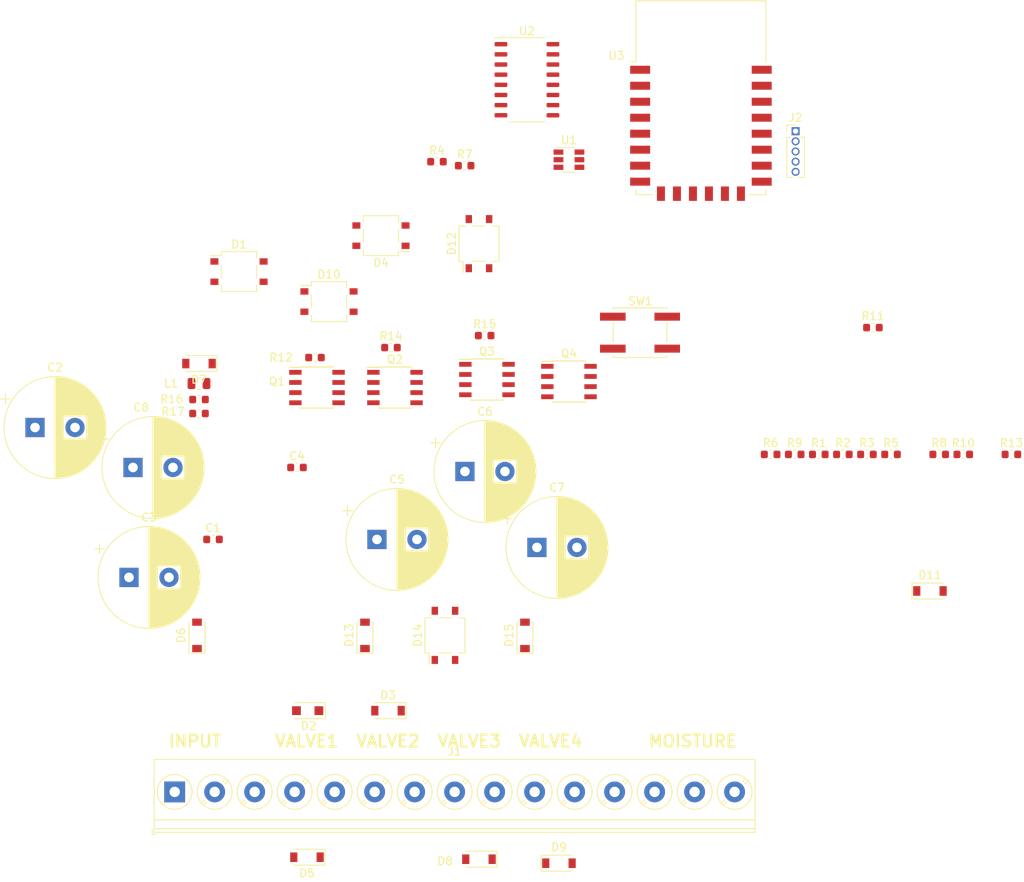
<source format=kicad_pcb>
(kicad_pcb (version 20171130) (host pcbnew 5.0.2+dfsg1-1)
  (layers (0 F.Cu signal) (31 B.Cu signal) (34 B.Paste user) (35 F.Paste user) (36 B.SilkS user) (37 F.SilkS user) (38 B.Mask user) (39 F.Mask user) (44 Edge.Cuts user))
  (net 0 "")
  (net 1 /VAC1)
  (net 2 /VAC2)
  (net 3 "Net-(J1-Pad3)")
  (net 4 /VALVE1)
  (net 5 /VALVE2)
  (net 6 /VALVE3)
  (net 7 /VALVE4)
  (net 8 "Net-(J1-Pad12)")
  (net 9 +3V3)
  (net 10 /MOISTURE)
  (net 11 GND)
  (net 12 /SWITCH4)
  (net 13 "Net-(R11-Pad1)")
  (net 14 /ISO4)
  (net 15 /GATE4)
  (net 16 /GATE3)
  (net 17 /ISO3)
  (net 18 /ISO2)
  (net 19 /GATE2)
  (net 20 /GATE1)
  (net 21 /ISO1)
  (net 22 "Net-(R10-Pad1)")
  (net 23 /SWITCH3)
  (net 24 /SWITCH1)
  (net 25 /SWITCH2)
  (net 26 "Net-(R3-Pad1)")
  (net 27 /RESET#)
  (net 28 /FLASH)
  (net 29 /PROG_TX_ESP)
  (net 30 /ESP_TX_PROG)
  (net 31 /24VDC)
  (net 32 "Net-(R15-Pad1)")
  (net 33 "Net-(R12-Pad1)")
  (net 34 "Net-(R7-Pad1)")
  (net 35 "Net-(R1-Pad2)")
  (net 36 "Net-(U3-Pad4)")
  (net 37 "Net-(U3-Pad5)")
  (net 38 "Net-(U3-Pad9)")
  (net 39 "Net-(U3-Pad10)")
  (net 40 "Net-(U3-Pad11)")
  (net 41 "Net-(U3-Pad12)")
  (net 42 "Net-(U3-Pad13)")
  (net 43 "Net-(U3-Pad14)")
  (net 44 "Net-(C1-Pad2)")
  (net 45 "Net-(C1-Pad1)")
  (module Capacitor_SMD:C_0603_1608Metric (layer F.Cu) (at 108 91.5)
    (fp_text reference C4 (at 0 -1.43) (layer F.SilkS))
    (fp_text value 1uF)
    (pad 2 smd roundrect (at 0.7875 0) (size 0.875 0.95) (layers F.Cu F.Paste F.Mask) (net 11 GND))
    (pad 1 smd roundrect (at -0.7875 0) (size 0.875 0.95) (layers F.Cu F.Paste F.Mask) (net 31 /24VDC))
  )
  (module Capacitor_SMD:C_0603_1608Metric (layer F.Cu) (at 97.5 100.5)
    (fp_text reference C1 (at 0 -1.43) (layer F.SilkS))
    (fp_text value 220nF)
    (pad 1 smd roundrect (at -0.7875 0) (size 0.875 0.95) (layers F.Cu F.Paste F.Mask) (net 45 "Net-(C1-Pad1)"))
    (pad 2 smd roundrect (at 0.7875 0) (size 0.875 0.95) (layers F.Cu F.Paste F.Mask) (net 44 "Net-(C1-Pad2)"))
  )
  (module Capacitor_THT:CP_Radial_D12.5mm_P5.00mm (layer F.Cu) (at 75.25 86.5)
    (fp_text reference C2 (at 2.5 -7.5) (layer F.SilkS))
    (fp_text value 470uF)
    (pad 2 thru_hole circle (at 5 0) (size 2.4 2.4) (drill 1.2) (layers *.Cu *.Mask) (net 11 GND))
    (pad 1 thru_hole rect (at 0 0) (size 2.4 2.4) (drill 1.2) (layers *.Cu *.Mask) (net 9 +3V3))
  )
  (module Capacitor_THT:CP_Radial_D12.5mm_P5.00mm (layer F.Cu) (at 87 105.25)
    (fp_text reference C3 (at 2.5 -7.5) (layer F.SilkS))
    (fp_text value 470uF)
    (pad 1 thru_hole rect (at 0 0) (size 2.4 2.4) (drill 1.2) (layers *.Cu *.Mask) (net 31 /24VDC))
    (pad 2 thru_hole circle (at 5 0) (size 2.4 2.4) (drill 1.2) (layers *.Cu *.Mask) (net 11 GND))
  )
  (module Diode_SMD:D_SOD-123 (layer F.Cu) (at 136.5 112.5 90)
    (fp_text reference D15 (at 0 -2 90) (layer F.SilkS))
    (fp_text value BZT52C5V6-TP)
    (pad 2 smd rect (at 1.65 0 90) (size 0.9 1.2) (layers F.Cu F.Paste F.Mask) (net 11 GND))
    (pad 1 smd rect (at -1.65 0 90) (size 0.9 1.2) (layers F.Cu F.Paste F.Mask) (net 15 /GATE4))
  )
  (module Diode_SMD:D_SOD-123 (layer F.Cu) (at 116.5 112.5 90)
    (fp_text reference D13 (at 0 -2 90) (layer F.SilkS))
    (fp_text value BZT52C5V6-TP)
    (pad 1 smd rect (at -1.65 0 90) (size 0.9 1.2) (layers F.Cu F.Paste F.Mask) (net 16 /GATE3))
    (pad 2 smd rect (at 1.65 0 90) (size 0.9 1.2) (layers F.Cu F.Paste F.Mask) (net 11 GND))
  )
  (module Diode_SMD:D_SOD-123 (layer F.Cu) (at 95.75 78.5 180)
    (fp_text reference D7 (at 0 -2 180) (layer F.SilkS))
    (fp_text value BZT52C5V6-TP)
    (pad 2 smd rect (at 1.65 0 180) (size 0.9 1.2) (layers F.Cu F.Paste F.Mask) (net 11 GND))
    (pad 1 smd rect (at -1.65 0 180) (size 0.9 1.2) (layers F.Cu F.Paste F.Mask) (net 20 /GATE1))
  )
  (module Diode_SMD:D_SOD-123 (layer F.Cu) (at 95.5 112.5 90)
    (fp_text reference D6 (at 0 -2 90) (layer F.SilkS))
    (fp_text value TV02W360B-G)
    (pad 1 smd rect (at -1.65 0 90) (size 0.9 1.2) (layers F.Cu F.Paste F.Mask) (net 5 /VALVE2))
    (pad 2 smd rect (at 1.65 0 90) (size 0.9 1.2) (layers F.Cu F.Paste F.Mask) (net 1 /VAC1))
  )
  (module Diode_SMD:D_SOD-123F (layer F.Cu) (at 109.335001 121.92 180)
    (fp_text reference D2 (at -0.127 -1.905 180) (layer F.SilkS))
    (fp_text value SS14FL)
    (pad 1 smd rect (at -1.4 0 180) (size 1.1 1.1) (layers F.Cu F.Paste F.Mask) (net 45 "Net-(C1-Pad1)"))
    (pad 2 smd rect (at 1.4 0 180) (size 1.1 1.1) (layers F.Cu F.Paste F.Mask) (net 11 GND))
  )
  (module Package_SO:SOIC-16_4.55x10.3mm_P1.27mm (layer F.Cu) (at 136.75 43)
    (fp_text reference U2 (at 0 -6.1) (layer F.SilkS))
    (fp_text value TLP291-4)
    (pad 1 smd roundrect (at -3.25 -4.445) (size 1.6 0.55) (layers F.Cu F.Paste F.Mask) (net 26 "Net-(R3-Pad1)"))
    (pad 2 smd roundrect (at -3.25 -3.175) (size 1.6 0.55) (layers F.Cu F.Paste F.Mask) (net 11 GND))
    (pad 3 smd roundrect (at -3.25 -1.905) (size 1.6 0.55) (layers F.Cu F.Paste F.Mask) (net 34 "Net-(R7-Pad1)"))
    (pad 4 smd roundrect (at -3.25 -0.635) (size 1.6 0.55) (layers F.Cu F.Paste F.Mask) (net 11 GND))
    (pad 5 smd roundrect (at -3.25 0.635) (size 1.6 0.55) (layers F.Cu F.Paste F.Mask) (net 33 "Net-(R12-Pad1)"))
    (pad 6 smd roundrect (at -3.25 1.905) (size 1.6 0.55) (layers F.Cu F.Paste F.Mask) (net 11 GND))
    (pad 7 smd roundrect (at -3.25 3.175) (size 1.6 0.55) (layers F.Cu F.Paste F.Mask) (net 32 "Net-(R15-Pad1)"))
    (pad 8 smd roundrect (at -3.25 4.445) (size 1.6 0.55) (layers F.Cu F.Paste F.Mask) (net 11 GND))
    (pad 9 smd roundrect (at 3.25 4.445) (size 1.6 0.55) (layers F.Cu F.Paste F.Mask) (net 11 GND))
    (pad 10 smd roundrect (at 3.25 3.175) (size 1.6 0.55) (layers F.Cu F.Paste F.Mask) (net 15 /GATE4))
    (pad 11 smd roundrect (at 3.25 1.905) (size 1.6 0.55) (layers F.Cu F.Paste F.Mask) (net 11 GND))
    (pad 12 smd roundrect (at 3.25 0.635) (size 1.6 0.55) (layers F.Cu F.Paste F.Mask) (net 16 /GATE3))
    (pad 13 smd roundrect (at 3.25 -0.635) (size 1.6 0.55) (layers F.Cu F.Paste F.Mask) (net 11 GND))
    (pad 14 smd roundrect (at 3.25 -1.905) (size 1.6 0.55) (layers F.Cu F.Paste F.Mask) (net 19 /GATE2))
    (pad 15 smd roundrect (at 3.25 -3.175) (size 1.6 0.55) (layers F.Cu F.Paste F.Mask) (net 11 GND))
    (pad 16 smd roundrect (at 3.25 -4.445) (size 1.6 0.55) (layers F.Cu F.Paste F.Mask) (net 20 /GATE1))
  )
  (module Package_TO_SOT_SMD:TO-269AA (layer F.Cu) (at 118.5 62.5 180)
    (fp_text reference D4 (at 0 -3.4 180) (layer F.SilkS))
    (fp_text value MB6S)
    (pad 1 smd rect (at -3.075 -1.27 180) (size 1 0.8) (layers F.Cu F.Paste F.Mask) (net 2 /VAC2))
    (pad 2 smd rect (at -3.075 1.27 180) (size 1 0.8) (layers F.Cu F.Paste F.Mask) (net 1 /VAC1))
    (pad 3 smd rect (at 3.075 1.27 180) (size 1 0.8) (layers F.Cu F.Paste F.Mask) (net 21 /ISO1))
    (pad 4 smd rect (at 3.075 -1.27 180) (size 1 0.8) (layers F.Cu F.Paste F.Mask) (net 11 GND))
  )
  (module Package_TO_SOT_SMD:TO-269AA (layer F.Cu) (at 100.75 67)
    (fp_text reference D1 (at 0 -3.4) (layer F.SilkS))
    (fp_text value MB6S)
    (pad 4 smd rect (at 3.075 -1.27) (size 1 0.8) (layers F.Cu F.Paste F.Mask) (net 11 GND))
    (pad 3 smd rect (at 3.075 1.27) (size 1 0.8) (layers F.Cu F.Paste F.Mask) (net 31 /24VDC))
    (pad 2 smd rect (at -3.075 1.27) (size 1 0.8) (layers F.Cu F.Paste F.Mask) (net 2 /VAC2))
    (pad 1 smd rect (at -3.075 -1.27) (size 1 0.8) (layers F.Cu F.Paste F.Mask) (net 1 /VAC1))
  )
  (module Package_TO_SOT_SMD:TO-269AA (layer F.Cu) (at 112 70.75)
    (fp_text reference D10 (at 0 -3.4) (layer F.SilkS))
    (fp_text value MB6S)
    (pad 1 smd rect (at -3.075 -1.27) (size 1 0.8) (layers F.Cu F.Paste F.Mask) (net 2 /VAC2))
    (pad 2 smd rect (at -3.075 1.27) (size 1 0.8) (layers F.Cu F.Paste F.Mask) (net 1 /VAC1))
    (pad 3 smd rect (at 3.075 1.27) (size 1 0.8) (layers F.Cu F.Paste F.Mask) (net 18 /ISO2))
    (pad 4 smd rect (at 3.075 -1.27) (size 1 0.8) (layers F.Cu F.Paste F.Mask) (net 11 GND))
  )
  (module Package_TO_SOT_SMD:TSOT-23-6 (layer F.Cu) (at 142 53)
    (fp_text reference U1 (at 0 -2.45) (layer F.SilkS))
    (fp_text value LM2841Y-Q1)
    (pad 1 smd rect (at -1.31 -0.95) (size 1.22 0.65) (layers F.Cu F.Paste F.Mask) (net 44 "Net-(C1-Pad2)"))
    (pad 2 smd rect (at -1.31 0) (size 1.22 0.65) (layers F.Cu F.Paste F.Mask) (net 11 GND))
    (pad 3 smd rect (at -1.31 0.95) (size 1.22 0.65) (layers F.Cu F.Paste F.Mask) (net 35 "Net-(R1-Pad2)"))
    (pad 4 smd rect (at 1.31 0.95) (size 1.22 0.65) (layers F.Cu F.Paste F.Mask) (net 31 /24VDC))
    (pad 5 smd rect (at 1.31 0) (size 1.22 0.65) (layers F.Cu F.Paste F.Mask) (net 31 /24VDC))
    (pad 6 smd rect (at 1.31 -0.95) (size 1.22 0.65) (layers F.Cu F.Paste F.Mask) (net 45 "Net-(C1-Pad1)"))
  )
  (module RF_Module:ESP-12E (layer F.Cu) (at 158.5 45.25)
    (fp_text reference U3 (at -10.56 -5.26) (layer F.SilkS))
    (fp_text value ESP-12F)
    (pad 1 smd rect (at -7.6 -3.5) (size 2.5 1) (layers F.Cu F.Paste F.Mask) (net 27 /RESET#))
    (pad 2 smd rect (at -7.6 -1.5) (size 2.5 1) (layers F.Cu F.Paste F.Mask) (net 10 /MOISTURE))
    (pad 3 smd rect (at -7.6 0.5) (size 2.5 1) (layers F.Cu F.Paste F.Mask) (net 9 +3V3))
    (pad 4 smd rect (at -7.6 2.5) (size 2.5 1) (layers F.Cu F.Paste F.Mask) (net 36 "Net-(U3-Pad4)"))
    (pad 5 smd rect (at -7.6 4.5) (size 2.5 1) (layers F.Cu F.Paste F.Mask) (net 37 "Net-(U3-Pad5)"))
    (pad 6 smd rect (at -7.6 6.5) (size 2.5 1) (layers F.Cu F.Paste F.Mask) (net 23 /SWITCH3))
    (pad 7 smd rect (at -7.6 8.5) (size 2.5 1) (layers F.Cu F.Paste F.Mask) (net 12 /SWITCH4))
    (pad 8 smd rect (at -7.6 10.5) (size 2.5 1) (layers F.Cu F.Paste F.Mask) (net 9 +3V3))
    (pad 9 smd rect (at -5 12) (size 1 1.8) (layers F.Cu F.Paste F.Mask) (net 38 "Net-(U3-Pad9)"))
    (pad 10 smd rect (at -3 12) (size 1 1.8) (layers F.Cu F.Paste F.Mask) (net 39 "Net-(U3-Pad10)"))
    (pad 11 smd rect (at -1 12) (size 1 1.8) (layers F.Cu F.Paste F.Mask) (net 40 "Net-(U3-Pad11)"))
    (pad 12 smd rect (at 1 12) (size 1 1.8) (layers F.Cu F.Paste F.Mask) (net 41 "Net-(U3-Pad12)"))
    (pad 13 smd rect (at 3 12) (size 1 1.8) (layers F.Cu F.Paste F.Mask) (net 42 "Net-(U3-Pad13)"))
    (pad 14 smd rect (at 5 12) (size 1 1.8) (layers F.Cu F.Paste F.Mask) (net 43 "Net-(U3-Pad14)"))
    (pad 15 smd rect (at 7.6 10.5) (size 2.5 1) (layers F.Cu F.Paste F.Mask) (net 11 GND))
    (pad 16 smd rect (at 7.6 8.5) (size 2.5 1) (layers F.Cu F.Paste F.Mask) (net 13 "Net-(R11-Pad1)"))
    (pad 17 smd rect (at 7.6 6.5) (size 2.5 1) (layers F.Cu F.Paste F.Mask) (net 22 "Net-(R10-Pad1)"))
    (pad 18 smd rect (at 7.6 4.5) (size 2.5 1) (layers F.Cu F.Paste F.Mask) (net 28 /FLASH))
    (pad 19 smd rect (at 7.6 2.5) (size 2.5 1) (layers F.Cu F.Paste F.Mask) (net 24 /SWITCH1))
    (pad 20 smd rect (at 7.6 0.5) (size 2.5 1) (layers F.Cu F.Paste F.Mask) (net 25 /SWITCH2))
    (pad 21 smd rect (at 7.6 -1.5) (size 2.5 1) (layers F.Cu F.Paste F.Mask) (net 29 /PROG_TX_ESP))
    (pad 22 smd rect (at 7.6 -3.5) (size 2.5 1) (layers F.Cu F.Paste F.Mask) (net 30 /ESP_TX_PROG))
  )
  (module Capacitor_THT:CP_Radial_D12.5mm_P5.00mm (layer F.Cu) (at 118 100.5)
    (fp_text reference C5 (at 2.5 -7.5) (layer F.SilkS))
    (fp_text value 470uF)
    (pad 2 thru_hole circle (at 5 0) (size 2.4 2.4) (drill 1.2) (layers *.Cu *.Mask) (net 11 GND))
    (pad 1 thru_hole rect (at 0 0) (size 2.4 2.4) (drill 1.2) (layers *.Cu *.Mask) (net 21 /ISO1))
  )
  (module Capacitor_THT:CP_Radial_D12.5mm_P5.00mm (layer F.Cu) (at 129 92)
    (fp_text reference C6 (at 2.5 -7.5) (layer F.SilkS))
    (fp_text value 470uF)
    (pad 1 thru_hole rect (at 0 0) (size 2.4 2.4) (drill 1.2) (layers *.Cu *.Mask) (net 18 /ISO2))
    (pad 2 thru_hole circle (at 5 0) (size 2.4 2.4) (drill 1.2) (layers *.Cu *.Mask) (net 11 GND))
  )
  (module Capacitor_THT:CP_Radial_D12.5mm_P5.00mm (layer F.Cu) (at 138 101.5)
    (fp_text reference C7 (at 2.5 -7.5) (layer F.SilkS))
    (fp_text value 470uF)
    (pad 2 thru_hole circle (at 5 0) (size 2.4 2.4) (drill 1.2) (layers *.Cu *.Mask) (net 11 GND))
    (pad 1 thru_hole rect (at 0 0) (size 2.4 2.4) (drill 1.2) (layers *.Cu *.Mask) (net 17 /ISO3))
  )
  (module Capacitor_THT:CP_Radial_D12.5mm_P5.00mm (layer F.Cu) (at 87.5 91.5)
    (fp_text reference C8 (at 1 -7.5) (layer F.SilkS))
    (fp_text value 470uF)
    (pad 1 thru_hole rect (at 0 0) (size 2.4 2.4) (drill 1.2) (layers *.Cu *.Mask) (net 14 /ISO4))
    (pad 2 thru_hole circle (at 5 0) (size 2.4 2.4) (drill 1.2) (layers *.Cu *.Mask) (net 11 GND))
  )
  (module Button_Switch_SMD:SW_SPST_EVQQ2 (layer F.Cu) (at 150.885001 74.635001)
    (fp_text reference SW1 (at 0.05 -3.95) (layer F.SilkS))
    (fp_text value EVQ-Q2K03W)
    (pad 1 smd rect (at 3.4 -2) (size 3.2 1) (layers F.Cu F.Paste F.Mask) (net 27 /RESET#))
    (pad 1 smd rect (at -3.4 -2) (size 3.2 1) (layers F.Cu F.Paste F.Mask) (net 27 /RESET#))
    (pad 2 smd rect (at -3.4 2) (size 3.2 1) (layers F.Cu F.Paste F.Mask) (net 11 GND))
    (pad 2 smd rect (at 3.4 2) (size 3.2 1) (layers F.Cu F.Paste F.Mask) (net 11 GND))
  )
  (module Connector_PinHeader_1.27mm:PinHeader_1x05_P1.27mm_Vertical (layer F.Cu) (at 170.335001 49.435001)
    (fp_text reference J2 (at 0 -1.695) (layer F.SilkS))
    (fp_text value Conn_01x05_Male)
    (pad 1 thru_hole rect (at 0 0) (size 1 1) (drill 0.65) (layers *.Cu *.Mask) (net 9 +3V3))
    (pad 2 thru_hole oval (at 0 1.27) (size 1 1) (drill 0.65) (layers *.Cu *.Mask) (net 30 /ESP_TX_PROG))
    (pad 3 thru_hole oval (at 0 2.54) (size 1 1) (drill 0.65) (layers *.Cu *.Mask) (net 29 /PROG_TX_ESP))
    (pad 4 thru_hole oval (at 0 3.81) (size 1 1) (drill 0.65) (layers *.Cu *.Mask) (net 28 /FLASH))
    (pad 5 thru_hole oval (at 0 5.08) (size 1 1) (drill 0.65) (layers *.Cu *.Mask) (net 11 GND))
  )
  (module Diode_SMD:D_SOD-123 (layer F.Cu) (at 187.13 106.95)
    (fp_text reference D11 (at 0 -2) (layer F.SilkS))
    (fp_text value BZT52C5V6-TP)
    (pad 2 smd rect (at 1.65 0) (size 0.9 1.2) (layers F.Cu F.Paste F.Mask) (net 11 GND))
    (pad 1 smd rect (at -1.65 0) (size 0.9 1.2) (layers F.Cu F.Paste F.Mask) (net 19 /GATE2))
  )
  (module Diode_SMD:D_SOD-123 (layer F.Cu) (at 140.75 141)
    (fp_text reference D9 (at 0 -2) (layer F.SilkS))
    (fp_text value TV02W360B-G)
    (pad 2 smd rect (at 1.65 0) (size 0.9 1.2) (layers F.Cu F.Paste F.Mask) (net 1 /VAC1))
    (pad 1 smd rect (at -1.65 0) (size 0.9 1.2) (layers F.Cu F.Paste F.Mask) (net 7 /VALVE4))
  )
  (module Diode_SMD:D_SOD-123 (layer F.Cu) (at 130.75 140.5 180)
    (fp_text reference D8 (at 4.25 -0.25 180) (layer F.SilkS))
    (fp_text value TV02W360B-G)
    (pad 1 smd rect (at -1.65 0 180) (size 0.9 1.2) (layers F.Cu F.Paste F.Mask) (net 6 /VALVE3))
    (pad 2 smd rect (at 1.65 0 180) (size 0.9 1.2) (layers F.Cu F.Paste F.Mask) (net 1 /VAC1))
  )
  (module Diode_SMD:D_SOD-123 (layer F.Cu) (at 109.25 140.25 180)
    (fp_text reference D5 (at 0 -2 180) (layer F.SilkS))
    (fp_text value TV02W360B-G)
    (pad 2 smd rect (at 1.65 0 180) (size 0.9 1.2) (layers F.Cu F.Paste F.Mask) (net 1 /VAC1))
    (pad 1 smd rect (at -1.65 0 180) (size 0.9 1.2) (layers F.Cu F.Paste F.Mask) (net 4 /VALVE1))
  )
  (module Diode_SMD:D_SOD-123 (layer F.Cu) (at 119.38 121.92 180)
    (fp_text reference D3 (at 0 1.92 180) (layer F.SilkS))
    (fp_text value TV02W360B-G)
    (pad 1 smd rect (at -1.65 0 180) (size 0.9 1.2) (layers F.Cu F.Paste F.Mask) (net 1 /VAC1))
    (pad 2 smd rect (at 1.65 0 180) (size 0.9 1.2) (layers F.Cu F.Paste F.Mask) (net 2 /VAC2))
  )
  (module Inductor_SMD:L_0805_2012Metric (layer F.Cu) (at 95.75 81 180)
    (fp_text reference L1 (at 3.5 0 180) (layer F.SilkS))
    (fp_text value 27uH)
    (pad 1 smd roundrect (at -0.9375 0 180) (size 0.975 1.4) (layers F.Cu F.Paste F.Mask) (net 45 "Net-(C1-Pad1)"))
    (pad 2 smd roundrect (at 0.9375 0 180) (size 0.975 1.4) (layers F.Cu F.Paste F.Mask) (net 9 +3V3))
  )
  (module Package_SO:SOIC-8_3.9x4.9mm_P1.27mm (layer F.Cu) (at 131.75 80.5)
    (fp_text reference Q3 (at 0 -3.5) (layer F.SilkS))
    (fp_text value NTMD5838NLR2G)
    (pad 8 smd rect (at 2.7 -1.905) (size 1.55 0.6) (layers F.Cu F.Paste F.Mask) (net 2 /VAC2))
    (pad 7 smd rect (at 2.7 -0.635) (size 1.55 0.6) (layers F.Cu F.Paste F.Mask) (net 2 /VAC2))
    (pad 6 smd rect (at 2.7 0.635) (size 1.55 0.6) (layers F.Cu F.Paste F.Mask) (net 6 /VALVE3))
    (pad 5 smd rect (at 2.7 1.905) (size 1.55 0.6) (layers F.Cu F.Paste F.Mask) (net 6 /VALVE3))
    (pad 4 smd rect (at -2.7 1.905) (size 1.55 0.6) (layers F.Cu F.Paste F.Mask) (net 16 /GATE3))
    (pad 3 smd rect (at -2.7 0.635) (size 1.55 0.6) (layers F.Cu F.Paste F.Mask) (net 11 GND))
    (pad 2 smd rect (at -2.7 -0.635) (size 1.55 0.6) (layers F.Cu F.Paste F.Mask) (net 16 /GATE3))
    (pad 1 smd rect (at -2.7 -1.905) (size 1.55 0.6) (layers F.Cu F.Paste F.Mask) (net 11 GND))
  )
  (module Package_SO:SOIC-8_3.9x4.9mm_P1.27mm (layer F.Cu) (at 120.25 81.5)
    (fp_text reference Q2 (at 0 -3.5) (layer F.SilkS))
    (fp_text value NTMD5838NLR2G)
    (pad 1 smd rect (at -2.7 -1.905) (size 1.55 0.6) (layers F.Cu F.Paste F.Mask) (net 11 GND))
    (pad 2 smd rect (at -2.7 -0.635) (size 1.55 0.6) (layers F.Cu F.Paste F.Mask) (net 19 /GATE2))
    (pad 3 smd rect (at -2.7 0.635) (size 1.55 0.6) (layers F.Cu F.Paste F.Mask) (net 11 GND))
    (pad 4 smd rect (at -2.7 1.905) (size 1.55 0.6) (layers F.Cu F.Paste F.Mask) (net 19 /GATE2))
    (pad 5 smd rect (at 2.7 1.905) (size 1.55 0.6) (layers F.Cu F.Paste F.Mask) (net 5 /VALVE2))
    (pad 6 smd rect (at 2.7 0.635) (size 1.55 0.6) (layers F.Cu F.Paste F.Mask) (net 5 /VALVE2))
    (pad 7 smd rect (at 2.7 -0.635) (size 1.55 0.6) (layers F.Cu F.Paste F.Mask) (net 2 /VAC2))
    (pad 8 smd rect (at 2.7 -1.905) (size 1.55 0.6) (layers F.Cu F.Paste F.Mask) (net 2 /VAC2))
  )
  (module Package_SO:SOIC-8_3.9x4.9mm_P1.27mm (layer F.Cu) (at 142 80.75)
    (fp_text reference Q4 (at 0 -3.5) (layer F.SilkS))
    (fp_text value NTMD5838NLR2G)
    (pad 8 smd rect (at 2.7 -1.905) (size 1.55 0.6) (layers F.Cu F.Paste F.Mask) (net 2 /VAC2))
    (pad 7 smd rect (at 2.7 -0.635) (size 1.55 0.6) (layers F.Cu F.Paste F.Mask) (net 2 /VAC2))
    (pad 6 smd rect (at 2.7 0.635) (size 1.55 0.6) (layers F.Cu F.Paste F.Mask) (net 7 /VALVE4))
    (pad 5 smd rect (at 2.7 1.905) (size 1.55 0.6) (layers F.Cu F.Paste F.Mask) (net 7 /VALVE4))
    (pad 4 smd rect (at -2.7 1.905) (size 1.55 0.6) (layers F.Cu F.Paste F.Mask) (net 15 /GATE4))
    (pad 3 smd rect (at -2.7 0.635) (size 1.55 0.6) (layers F.Cu F.Paste F.Mask) (net 11 GND))
    (pad 2 smd rect (at -2.7 -0.635) (size 1.55 0.6) (layers F.Cu F.Paste F.Mask) (net 15 /GATE4))
    (pad 1 smd rect (at -2.7 -1.905) (size 1.55 0.6) (layers F.Cu F.Paste F.Mask) (net 11 GND))
  )
  (module Package_SO:SOIC-8_3.9x4.9mm_P1.27mm (layer F.Cu) (at 110.5 81.5)
    (fp_text reference Q1 (at -5 -0.75) (layer F.SilkS))
    (fp_text value NTMD5838NLR2G)
    (pad 1 smd rect (at -2.7 -1.905) (size 1.55 0.6) (layers F.Cu F.Paste F.Mask) (net 11 GND))
    (pad 2 smd rect (at -2.7 -0.635) (size 1.55 0.6) (layers F.Cu F.Paste F.Mask) (net 20 /GATE1))
    (pad 3 smd rect (at -2.7 0.635) (size 1.55 0.6) (layers F.Cu F.Paste F.Mask) (net 11 GND))
    (pad 4 smd rect (at -2.7 1.905) (size 1.55 0.6) (layers F.Cu F.Paste F.Mask) (net 20 /GATE1))
    (pad 5 smd rect (at 2.7 1.905) (size 1.55 0.6) (layers F.Cu F.Paste F.Mask) (net 4 /VALVE1))
    (pad 6 smd rect (at 2.7 0.635) (size 1.55 0.6) (layers F.Cu F.Paste F.Mask) (net 4 /VALVE1))
    (pad 7 smd rect (at 2.7 -0.635) (size 1.55 0.6) (layers F.Cu F.Paste F.Mask) (net 2 /VAC2))
    (pad 8 smd rect (at 2.7 -1.905) (size 1.55 0.6) (layers F.Cu F.Paste F.Mask) (net 2 /VAC2))
  )
  (module Package_TO_SOT_SMD:TO-269AA (layer F.Cu) (at 130.75 63.5 90)
    (fp_text reference D12 (at 0 -3.4 90) (layer F.SilkS))
    (fp_text value MB6S)
    (pad 4 smd rect (at 3.075 -1.27 90) (size 1 0.8) (layers F.Cu F.Paste F.Mask) (net 11 GND))
    (pad 3 smd rect (at 3.075 1.27 90) (size 1 0.8) (layers F.Cu F.Paste F.Mask) (net 17 /ISO3))
    (pad 2 smd rect (at -3.075 1.27 90) (size 1 0.8) (layers F.Cu F.Paste F.Mask) (net 1 /VAC1))
    (pad 1 smd rect (at -3.075 -1.27 90) (size 1 0.8) (layers F.Cu F.Paste F.Mask) (net 2 /VAC2))
  )
  (module Package_TO_SOT_SMD:TO-269AA (layer F.Cu) (at 126.5 112.5 90)
    (fp_text reference D14 (at 0 -3.4 90) (layer F.SilkS))
    (fp_text value MB6S)
    (pad 1 smd rect (at -3.075 -1.27 90) (size 1 0.8) (layers F.Cu F.Paste F.Mask) (net 2 /VAC2))
    (pad 2 smd rect (at -3.075 1.27 90) (size 1 0.8) (layers F.Cu F.Paste F.Mask) (net 1 /VAC1))
    (pad 3 smd rect (at 3.075 1.27 90) (size 1 0.8) (layers F.Cu F.Paste F.Mask) (net 14 /ISO4))
    (pad 4 smd rect (at 3.075 -1.27 90) (size 1 0.8) (layers F.Cu F.Paste F.Mask) (net 11 GND))
  )
  (module Resistor_SMD:R_0603_1608Metric (layer F.Cu) (at 170.225001 89.865001)
    (fp_text reference R9 (at 0 -1.43) (layer F.SilkS))
    (fp_text value 10k)
    (pad 1 smd roundrect (at -0.7875 0) (size 0.875 0.95) (layers F.Cu F.Paste F.Mask) (net 25 /SWITCH2))
    (pad 2 smd roundrect (at 0.7875 0) (size 0.875 0.95) (layers F.Cu F.Paste F.Mask) (net 11 GND))
  )
  (module Resistor_SMD:R_0603_1608Metric (layer F.Cu) (at 173.235001 89.865001)
    (fp_text reference R1 (at 0 -1.43) (layer F.SilkS))
    (fp_text value 3.32k)
    (pad 2 smd roundrect (at 0.7875 0) (size 0.875 0.95) (layers F.Cu F.Paste F.Mask) (net 35 "Net-(R1-Pad2)"))
    (pad 1 smd roundrect (at -0.7875 0) (size 0.875 0.95) (layers F.Cu F.Paste F.Mask) (net 9 +3V3))
  )
  (module Resistor_SMD:R_0603_1608Metric (layer F.Cu) (at 176.245001 89.865001)
    (fp_text reference R2 (at 0 -1.43) (layer F.SilkS))
    (fp_text value 1k)
    (pad 1 smd roundrect (at -0.7875 0) (size 0.875 0.95) (layers F.Cu F.Paste F.Mask) (net 35 "Net-(R1-Pad2)"))
    (pad 2 smd roundrect (at 0.7875 0) (size 0.875 0.95) (layers F.Cu F.Paste F.Mask) (net 11 GND))
  )
  (module Resistor_SMD:R_0603_1608Metric (layer F.Cu) (at 179.255001 89.865001)
    (fp_text reference R3 (at 0 -1.43) (layer F.SilkS))
    (fp_text value 47)
    (pad 2 smd roundrect (at 0.7875 0) (size 0.875 0.95) (layers F.Cu F.Paste F.Mask) (net 24 /SWITCH1))
    (pad 1 smd roundrect (at -0.7875 0) (size 0.875 0.95) (layers F.Cu F.Paste F.Mask) (net 26 "Net-(R3-Pad1)"))
  )
  (module Resistor_SMD:R_0603_1608Metric (layer F.Cu) (at 125.5 53.25)
    (fp_text reference R4 (at 0 -1.43) (layer F.SilkS))
    (fp_text value 2.4)
    (pad 1 smd roundrect (at -0.7875 0) (size 0.875 0.95) (layers F.Cu F.Paste F.Mask) (net 21 /ISO1))
    (pad 2 smd roundrect (at 0.7875 0) (size 0.875 0.95) (layers F.Cu F.Paste F.Mask) (net 20 /GATE1))
  )
  (module Resistor_SMD:R_0603_1608Metric (layer F.Cu) (at 182.265001 89.865001)
    (fp_text reference R5 (at 0 -1.43) (layer F.SilkS))
    (fp_text value 10k)
    (pad 2 smd roundrect (at 0.7875 0) (size 0.875 0.95) (layers F.Cu F.Paste F.Mask) (net 11 GND))
    (pad 1 smd roundrect (at -0.7875 0) (size 0.875 0.95) (layers F.Cu F.Paste F.Mask) (net 24 /SWITCH1))
  )
  (module Resistor_SMD:R_0603_1608Metric (layer F.Cu) (at 167.215001 89.865001)
    (fp_text reference R6 (at 0 -1.43) (layer F.SilkS))
    (fp_text value 10k)
    (pad 1 smd roundrect (at -0.7875 0) (size 0.875 0.95) (layers F.Cu F.Paste F.Mask) (net 9 +3V3))
    (pad 2 smd roundrect (at 0.7875 0) (size 0.875 0.95) (layers F.Cu F.Paste F.Mask) (net 27 /RESET#))
  )
  (module Resistor_SMD:R_0603_1608Metric (layer F.Cu) (at 188.285001 89.865001)
    (fp_text reference R8 (at 0 -1.43) (layer F.SilkS))
    (fp_text value 2.4)
    (pad 2 smd roundrect (at 0.7875 0) (size 0.875 0.95) (layers F.Cu F.Paste F.Mask) (net 19 /GATE2))
    (pad 1 smd roundrect (at -0.7875 0) (size 0.875 0.95) (layers F.Cu F.Paste F.Mask) (net 18 /ISO2))
  )
  (module Resistor_SMD:R_0603_1608Metric (layer F.Cu) (at 191.295001 89.865001)
    (fp_text reference R10 (at 0 -1.43) (layer F.SilkS))
    (fp_text value 10k)
    (pad 1 smd roundrect (at -0.7875 0) (size 0.875 0.95) (layers F.Cu F.Paste F.Mask) (net 22 "Net-(R10-Pad1)"))
    (pad 2 smd roundrect (at 0.7875 0) (size 0.875 0.95) (layers F.Cu F.Paste F.Mask) (net 9 +3V3))
  )
  (module Resistor_SMD:R_0603_1608Metric (layer F.Cu) (at 110.25 77.75)
    (fp_text reference R12 (at -4.25 0) (layer F.SilkS))
    (fp_text value 47)
    (pad 2 smd roundrect (at 0.7875 0) (size 0.875 0.95) (layers F.Cu F.Paste F.Mask) (net 23 /SWITCH3))
    (pad 1 smd roundrect (at -0.7875 0) (size 0.875 0.95) (layers F.Cu F.Paste F.Mask) (net 33 "Net-(R12-Pad1)"))
  )
  (module Resistor_SMD:R_0603_1608Metric (layer F.Cu) (at 197.315001 89.865001)
    (fp_text reference R13 (at 0 -1.43) (layer F.SilkS))
    (fp_text value 2.4)
    (pad 1 smd roundrect (at -0.7875 0) (size 0.875 0.95) (layers F.Cu F.Paste F.Mask) (net 17 /ISO3))
    (pad 2 smd roundrect (at 0.7875 0) (size 0.875 0.95) (layers F.Cu F.Paste F.Mask) (net 16 /GATE3))
  )
  (module Resistor_SMD:R_0603_1608Metric (layer F.Cu) (at 119.75 76.5)
    (fp_text reference R14 (at 0 -1.43) (layer F.SilkS))
    (fp_text value 10k)
    (pad 2 smd roundrect (at 0.7875 0) (size 0.875 0.95) (layers F.Cu F.Paste F.Mask) (net 11 GND))
    (pad 1 smd roundrect (at -0.7875 0) (size 0.875 0.95) (layers F.Cu F.Paste F.Mask) (net 23 /SWITCH3))
  )
  (module Resistor_SMD:R_0603_1608Metric (layer F.Cu) (at 131.4625 75)
    (fp_text reference R15 (at 0 -1.43) (layer F.SilkS))
    (fp_text value 47)
    (pad 1 smd roundrect (at -0.7875 0) (size 0.875 0.95) (layers F.Cu F.Paste F.Mask) (net 32 "Net-(R15-Pad1)"))
    (pad 2 smd roundrect (at 0.7875 0) (size 0.875 0.95) (layers F.Cu F.Paste F.Mask) (net 12 /SWITCH4))
  )
  (module Resistor_SMD:R_0603_1608Metric (layer F.Cu) (at 95.75 83)
    (fp_text reference R16 (at -3.419 -0.054) (layer F.SilkS))
    (fp_text value 2.4)
    (pad 2 smd roundrect (at 0.7875 0) (size 0.875 0.95) (layers F.Cu F.Paste F.Mask) (net 15 /GATE4))
    (pad 1 smd roundrect (at -0.7875 0) (size 0.875 0.95) (layers F.Cu F.Paste F.Mask) (net 14 /ISO4))
  )
  (module Resistor_SMD:R_0603_1608Metric (layer F.Cu) (at 95.75 84.75 180)
    (fp_text reference R17 (at 3.25 0.25 180) (layer F.SilkS))
    (fp_text value 10k)
    (pad 1 smd roundrect (at -0.7875 0 180) (size 0.875 0.95) (layers F.Cu F.Paste F.Mask) (net 12 /SWITCH4))
    (pad 2 smd roundrect (at 0.7875 0 180) (size 0.875 0.95) (layers F.Cu F.Paste F.Mask) (net 11 GND))
  )
  (module Resistor_SMD:R_0603_1608Metric (layer F.Cu) (at 180 74)
    (fp_text reference R11 (at 0 -1.43) (layer F.SilkS))
    (fp_text value 10k)
    (pad 2 smd roundrect (at 0.7875 0) (size 0.875 0.95) (layers F.Cu F.Paste F.Mask) (net 11 GND))
    (pad 1 smd roundrect (at -0.7875 0) (size 0.875 0.95) (layers F.Cu F.Paste F.Mask) (net 13 "Net-(R11-Pad1)"))
  )
  (module Resistor_SMD:R_0603_1608Metric (layer F.Cu) (at 128.9625 53.75)
    (fp_text reference R7 (at 0 -1.43) (layer F.SilkS))
    (fp_text value 47)
    (pad 1 smd roundrect (at -0.7875 0) (size 0.875 0.95) (layers F.Cu F.Paste F.Mask) (net 34 "Net-(R7-Pad1)"))
    (pad 2 smd roundrect (at 0.7875 0) (size 0.875 0.95) (layers F.Cu F.Paste F.Mask) (net 25 /SWITCH2))
  )
  (module TerminalBlock_Phoenix:TerminalBlock_Phoenix_PT-1,5-15-5.0-H_1x15_P5.00mm_Horizontal (layer F.Cu) (at 92.71 132.08)
    (fp_text reference J1 (at 35 -5.06) (layer F.SilkS))
    (fp_text value Screw_Terminal_01x15)
    (pad 1 thru_hole rect (at 0 0) (size 2.6 2.6) (drill 1.3) (layers *.Cu *.Mask) (net 1 /VAC1))
    (pad 2 thru_hole circle (at 5 0) (size 2.6 2.6) (drill 1.3) (layers *.Cu *.Mask) (net 2 /VAC2))
    (pad 3 thru_hole circle (at 10 0) (size 2.6 2.6) (drill 1.3) (layers *.Cu *.Mask) (net 3 "Net-(J1-Pad3)"))
    (pad 4 thru_hole circle (at 15 0) (size 2.6 2.6) (drill 1.3) (layers *.Cu *.Mask) (net 1 /VAC1))
    (pad 5 thru_hole circle (at 20 0) (size 2.6 2.6) (drill 1.3) (layers *.Cu *.Mask) (net 4 /VALVE1))
    (pad 6 thru_hole circle (at 25 0) (size 2.6 2.6) (drill 1.3) (layers *.Cu *.Mask) (net 1 /VAC1))
    (pad 7 thru_hole circle (at 30 0) (size 2.6 2.6) (drill 1.3) (layers *.Cu *.Mask) (net 5 /VALVE2))
    (pad 8 thru_hole circle (at 35 0) (size 2.6 2.6) (drill 1.3) (layers *.Cu *.Mask) (net 1 /VAC1))
    (pad 9 thru_hole circle (at 40 0) (size 2.6 2.6) (drill 1.3) (layers *.Cu *.Mask) (net 6 /VALVE3))
    (pad 10 thru_hole circle (at 45 0) (size 2.6 2.6) (drill 1.3) (layers *.Cu *.Mask) (net 1 /VAC1))
    (pad 11 thru_hole circle (at 50 0) (size 2.6 2.6) (drill 1.3) (layers *.Cu *.Mask) (net 7 /VALVE4))
    (pad 12 thru_hole circle (at 55 0) (size 2.6 2.6) (drill 1.3) (layers *.Cu *.Mask) (net 8 "Net-(J1-Pad12)"))
    (pad 13 thru_hole circle (at 60 0) (size 2.6 2.6) (drill 1.3) (layers *.Cu *.Mask) (net 9 +3V3))
    (pad 14 thru_hole circle (at 65 0) (size 2.6 2.6) (drill 1.3) (layers *.Cu *.Mask) (net 10 /MOISTURE))
    (pad 15 thru_hole circle (at 70 0) (size 2.6 2.6) (drill 1.3) (layers *.Cu *.Mask) (net 11 GND))
  )
  (gr_text MOISTURE (at 157.48 125.73) (layer F.SilkS) (effects (font (size 1.5 1.5) (thickness 0.3))))
  (gr_text INPUT (at 95.25 125.73) (layer F.SilkS) (effects (font (size 1.5 1.5) (thickness 0.3))))
  (gr_text VALVE4 (at 139.7 125.73) (layer F.SilkS) (effects (font (size 1.5 1.5) (thickness 0.3))))
  (gr_text VALVE3 (at 129.54 125.73) (layer F.SilkS) (effects (font (size 1.5 1.5) (thickness 0.3))))
  (gr_text VALVE2 (at 119.38 125.73) (layer F.SilkS) (effects (font (size 1.5 1.5) (thickness 0.3))))
  (gr_text VALVE1 (at 109.22 125.73) (layer F.SilkS) (effects (font (size 1.5 1.5) (thickness 0.3))))
)
</source>
